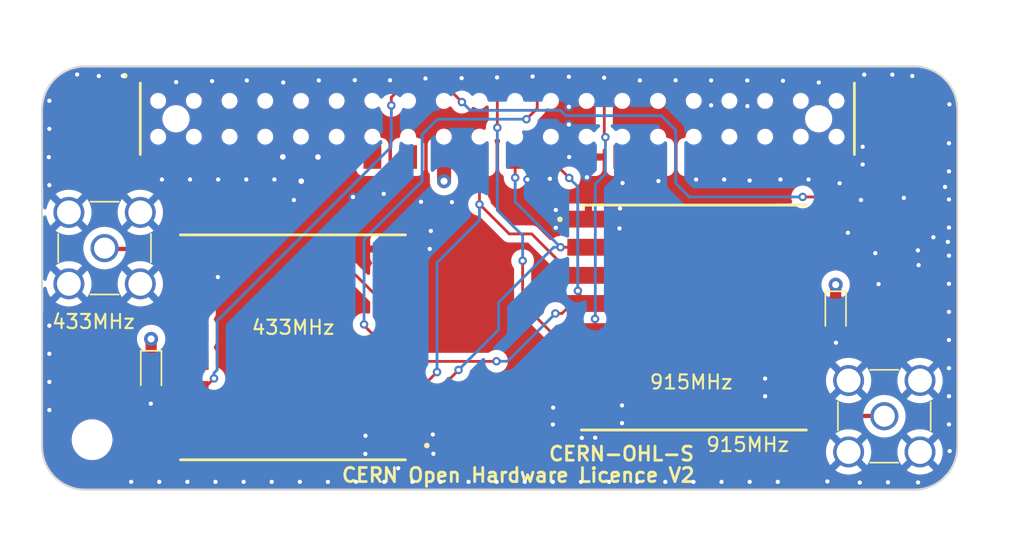
<source format=kicad_pcb>
(kicad_pcb (version 20240108) (generator "pcbnew") (generator_version "8.0")
  (layers (0 "F.Cu" signal) (1 "In1.Cu" signal) (2 "In2.Cu" signal) (31 "B.Cu" signal) (34 "B.Paste" user) (35 "F.Paste" user) (36 "B.SilkS" user "B.Silkscreen") (37 "F.SilkS" user "F.Silkscreen") (38 "B.Mask" user) (39 "F.Mask" user) (44 "Edge.Cuts" user))
  (net 0 "")
  (net 1 "5v2RPi")
  (net 2 "GND")
  (net 3 "ANT433")
  (net 4 "3v3")
  (net 5 "MOSI")
  (net 6 "MISO")
  (net 7 "SLCK")
  (net 8 "CS0")
  (net 9 "RST915")
  (net 10 "INTER433")
  (net 11 "CS1")
  (net 12 "ANT915")
  (net 13 "INTER915")
  (net 14 "RST433")
  (footprint "library-kicad:RFM69HCW" (layer "F.Cu") (at 149.2 96.38 180)
    (property "Reference" "REF**" (hide yes))
    (property "Value" "RFM69HCW")
    (fp_line (start 8 8) (end -8 8) (stroke (width 0.2032)) (layer "F.SilkS"))
    (fp_line (start -8 -8) (end 8 -8) (stroke (width 0.2032)) (layer "F.SilkS"))
    (fp_circle (center -9.525 -6.985) (end -9.425 -6.985) (stroke (width 0.2)) (fill none) (layer "F.SilkS"))
    (pad "" smd rect (at -7.5 -7 180) (size 3 1.2) (layers "F.Cu" "F.Paste" "F.Mask") (net 2 "GND"))
    (pad "" smd rect (at -7.5 -5 180) (size 3 1.2) (layers "F.Cu" "F.Paste" "F.Mask") (net 6 "MISO"))
    (pad "" smd rect (at -7.5 -3 180) (size 3 1.2) (layers "F.Cu" "F.Paste" "F.Mask") (net 5 "MOSI"))
    (pad "" smd rect (at -7.5 -1 180) (size 3 1.2) (layers "F.Cu" "F.Paste" "F.Mask") (net 7 "SLCK"))
    (pad "" smd rect (at -7.5 3 180) (size 3 1.2) (layers "F.Cu" "F.Paste" "F.Mask") (net 14 "RST433"))
    (pad "" smd rect (at -7.5 7 180) (size 3 1.2) (layers "F.Cu" "F.Paste" "F.Mask") (net 2 "GND"))
    (pad "" smd rect (at 7.5 -1 180) (size 3 1.2) (layers "F.Cu" "F.Paste" "F.Mask") (net 4 "3v3"))
    (pad "" smd rect (at 7.5 5 180) (size 3 1.2) (layers "F.Cu" "F.Paste" "F.Mask") (net 2 "GND"))
    (pad "" smd rect (at 7.5 7 180) (size 3 1.2) (layers "F.Cu" "F.Paste" "F.Mask") (net 3 "ANT433"))
    (pad "DIO0" smd rect (at 7.5 -3 180) (size 3 1.2) (layers "F.Cu" "F.Paste" "F.Mask") (net 10 "INTER433"))
    (pad "DIO1" smd rect (at 7.5 -5 180) (size 3 1.2) (layers "F.Cu" "F.Paste" "F.Mask"))
    (pad "DIO2" smd rect (at 7.5 -7 180) (size 3 1.2) (layers "F.Cu" "F.Paste" "F.Mask"))
    (pad "DIO3" smd rect (at 7.5 3 180) (size 3 1.2) (layers "F.Cu" "F.Paste" "F.Mask"))
    (pad "DIO4" smd rect (at 7.5 1 180) (size 3 1.2) (layers "F.Cu" "F.Paste" "F.Mask"))
    (pad "DIO5" smd rect (at -7.5 5 180) (size 3 1.2) (layers "F.Cu" "F.Paste" "F.Mask"))
    (pad "NSS" smd rect (at -7.5 1 180) (size 3 1.2) (layers "F.Cu" "F.Paste" "F.Mask") (net 8 "CS0"))
  )
  (footprint "Fiducial:Fiducial_1mm_Mask2mm" (layer "F.Cu") (at 133.59 98.75 90)
    (property "Reference" "FID1" (hide yes))
    (property "Value" "Fiducial_1mm_Mask2mm" (hide yes))
    (pad "" smd circle (at 0 0 90) (size 1 1) (layers "F.Cu" "F.Mask") (clearance 0.5))
  )
  (footprint "Fiducial:Fiducial_1mm_Mask2mm" (layer "F.Cu") (at 194.24 78.63 90)
    (property "Reference" "FID4" (hide yes))
    (property "Value" "Fiducial_1mm_Mask2mm" (hide yes))
    (pad "" smd circle (at 0 0 90) (size 1 1) (layers "F.Cu" "F.Mask") (clearance 0.5))
  )
  (footprint "digikey-footprints:RPi_SMD" (layer "F.Cu") (at 163.26 92.155 90)
    (property "Reference" "REF**" (hide yes))
    (property "Value" "RPi_SMD" (hide yes))
    (fp_line (start 14.575 -24.92) (end 9.495 -24.92) (stroke (width 0.2)) (layer "F.SilkS"))
    (fp_line (start 14.575 25.88) (end 9.495 25.88) (stroke (width 0.2)) (layer "F.SilkS"))
    (fp_circle (center 15.1 -26.03) (end 15.1 -26.13) (stroke (width 0.2)) (fill none) (layer "F.SilkS"))
    (fp_line (start 12.705 -31.91) (end -7.855 -31.91) (stroke (width 0.12)) (layer "Edge.Cuts"))
    (fp_line (start -7.855 -31.91) (end -11.295 -31.91) (stroke (width 0.12)) (layer "Edge.Cuts"))
    (fp_line (start 15.765 -28.85) (end 15.765 30.15) (stroke (width 0.12)) (layer "Edge.Cuts"))
    (fp_line (start -14.355 -28.85) (end -14.355 26.46) (stroke (width 0.12)) (layer "Edge.Cuts"))
    (fp_line (start -14.355 26.46) (end -14.355 30.15) (stroke (width 0.12)) (layer "Edge.Cuts"))
    (fp_line (start 12.705 33.21) (end -11.295 33.21) (stroke (width 0.12)) (layer "Edge.Cuts"))
    (fp_arc (start 12.705 -31.91) (mid 14.868747 -31.013747) (end 15.765 -28.85) (stroke (width 0.12)) (layer "Edge.Cuts"))
    (fp_arc (start -14.355 -28.85) (mid -13.458747 -31.013747) (end -11.295 -31.91) (stroke (width 0.12)) (layer "Edge.Cuts"))
    (fp_arc (start 15.765 30.15) (mid 14.868747 32.313747) (end 12.705 33.21) (stroke (width 0.12)) (layer "Edge.Cuts"))
    (fp_arc (start -11.295 33.21) (mid -13.458747 32.313747) (end -14.355 30.15) (stroke (width 0.12)) (layer "Edge.Cuts"))
    (pad "" np_thru_hole circle (at -10.795 -28.35) (size 2.75 2.75) (drill 2.75) (layers "*.Cu" "*.Mask"))
    (pad "" smd rect (at 9.315 -5.87 180) (size 1.27 1.68) (layers "F.Cu" "F.Paste" "F.Mask") (net 14 "RST433"))
    (pad "" smd rect (at 9.315 -3.33 180) (size 1.27 1.68) (layers "F.Cu" "F.Paste" "F.Mask") (net 4 "3v3"))
    (pad "" smd rect (at 9.315 -0.79 180) (size 1.27 1.68) (layers "F.Cu" "F.Paste" "F.Mask") (net 5 "MOSI"))
    (pad "" smd rect (at 9.315 1.75 180) (size 1.27 1.68) (layers "F.Cu" "F.Paste" "F.Mask") (net 6 "MISO"))
    (pad "" smd rect (at 9.315 4.29 180) (size 1.27 1.68) (layers "F.Cu" "F.Paste" "F.Mask") (net 7 "SLCK"))
    (pad "" np_thru_hole circle (at 10.765 -23.65 180) (size 0.97 0.97) (drill 0.97) (layers "*.Cu" "*.Mask"))
    (pad "" np_thru_hole circle (at 10.765 -21.11 180) (size 0.97 0.97) (drill 0.97) (layers "*.Cu" "*.Mask"))
    (pad "" np_thru_hole circle (at 10.765 -18.57 180) (size 0.97 0.97) (drill 0.97) (layers "*.Cu" "*.Mask"))
    (pad "" np_thru_hole circle (at 10.765 -16.03 180) (size 0.97 0.97) (drill 0.97) (layers "*.Cu" "*.Mask"))
    (pad "" np_thru_hole circle (at 10.765 -13.49 180) (size 0.97 0.97) (drill 0.97) (layers "*.Cu" "*.Mask"))
    (pad "" np_thru_hole circle (at 10.765 -10.95 180) (size 0.97 0.97) (drill 0.97) (layers "*.Cu" "*.Mask"))
    (pad "" np_thru_hole circle (at 10.765 -8.41 180) (size 0.97 0.97) (drill 0.97) (layers "*.Cu" "*.Mask"))
    (pad "" np_thru_hole circle (at 10.765 -5.87 180) (size 0.97 0.97) (drill 0.97) (layers "*.Cu" "*.Mask"))
    (pad "" np_thru_hole circle (at 10.765 -3.33 180) (size 0.97 0.97) (drill 0.97) (layers "*.Cu" "*.Mask"))
    (pad "" np_thru_hole circle (at 10.765 -0.79 180) (size 0.97 0.97) (drill 0.97) (layers "*.Cu" "*.Mask"))
    (pad "" np_thru_hole circle (at 10.765 1.75 180) (size 0.97 0.97) (drill 0.97) (layers "*.Cu" "*.Mask"))
    (pad "" np_thru_hole circle (at 10.765 4.29 180) (size 0.97 0.97) (drill 0.97) (layers "*.Cu" "*.Mask"))
    (pad "" np_thru_hole circle (at 10.765 6.83 180) (size 0.97 0.97) (drill 0.97) (layers "*.Cu" "*.Mask"))
    (pad "" np_thru_hole circle (at 10.765 9.37 180) (size 0.97 0.97) (drill 0.97) (layers "*.Cu" "*.Mask"))
    (pad "" np_thru_hole circle (at 10.765 11.91 180) (size 0.97 0.97) (drill 0.97) (layers "*.Cu" "*.Mask"))
    (pad "" np_thru_hole circle (at 10.765 14.45 180) (size 0.97 0.97) (drill 0.97) (layers "*.Cu" "*.Mask"))
    (pad "" np_thru_hole circle (at 10.765 16.99 180) (size 0.97 0.97) (drill 0.97) (layers "*.Cu" "*.Mask"))
    (pad "" np_thru_hole circle (at 10.765 19.53 180) (size 0.97 0.97) (drill 0.97) (layers "*.Cu" "*.Mask"))
    (pad "" np_thru_hole circle (at 10.765 22.07 180) (size 0.97 0.97) (drill 0.97) (layers "*.Cu" "*.Mask"))
    (pad "" np_thru_hole circle (at 10.765 24.61 180) (size 0.97 0.97) (drill 0.97) (layers "*.Cu" "*.Mask"))
    (pad "" np_thru_hole circle (at 12.035 -22.38 180) (size 1.78 1.78) (drill 1.78) (layers "*.Cu" "*.Mask"))
    (pad "" np_thru_hole circle (at 12.035 23.34 180) (size 1.78 1.78) (drill 1.78) (layers "*.Cu" "*.Mask"))
    (pad "" np_thru_hole circle (at 13.305 -23.65 180) (size 0.97 0.97) (drill 0.97) (layers "*.Cu" "*.Mask"))
    (pad "" np_thru_hole circle (at 13.305 -21.11 180) (size 0.97 0.97) (drill 0.97) (layers "*.Cu" "*.Mask"))
    (pad "" np_thru_hole circle (at 13.305 -18.57 180) (size 0.97 0.97) (drill 0.97) (layers "*.Cu" "*.Mask"))
    (pad "" np_thru_hole circle (at 13.305 -16.03 180) (size 0.97 0.97) (drill 0.97) (layers "*.Cu" "*.Mask"))
    (pad "" np_thru_hole circle (at 13.305 -13.49 180) (size 0.97 0.97) (drill 0.97) (layers "*.Cu" "*.Mask"))
    (pad "" np_thru_hole circle (at 13.305 -10.95 180) (size 0.97 0.97) (drill 0.97) (layers "*.Cu" "*.Mask"))
    (pad "" np_thru_hole circle (at 13.305 -8.41 180) (size 0.97 0.97) (drill 0.97) (layers "*.Cu" "*.Mask"))
    (pad "" np_thru_hole circle (at 13.305 -5.87 180) (size 0.97 0.97) (drill 0.97) (layers "*.Cu" "*.Mask"))
    (pad "" np_thru_hole circle (at 13.305 -3.33 180) (size 0.97 0.97) (drill 0.97) (layers "*.Cu" "*.Mask"))
    (pad "" np_thru_hole circle (at 13.305 -0.79 180) (size 0.97 0.97) (drill 0.97) (layers "*.Cu" "*.Mask"))
    (pad "" np_thru_hole circle (at 13.305 1.75 180) (size 0.97 0.97) (drill 0.97) (layers "*.Cu" "*.Mask"))
    (pad "" np_thru_hole circle (at 13.305 4.29 180) (size 0.97 0.97) (drill 0.97) (layers "*.Cu" "*.Mask"))
    (pad "" np_thru_hole circle (at 13.305 6.83 180) (size 0.97 0.97) (drill 0.97) (layers "*.Cu" "*.Mask"))
    (pad "" np_thru_hole circle (at 13.305 9.37 180) (size 0.97 0.97) (drill 0.97) (layers "*.Cu" "*.Mask"))
    (pad "" np_thru_hole circle (at 13.305 11.91 180) (size 0.97 0.97) (drill 0.97) (layers "*.Cu" "*.Mask"))
    (pad "" np_thru_hole circle (at 13.305 14.45 180) (size 0.97 0.97) (drill 0.97) (layers "*.Cu" "*.Mask"))
    (pad "" np_thru_hole circle (at 13.305 16.99 180) (size 0.97 0.97) (drill 0.97) (layers "*.Cu" "*.Mask"))
    (pad "" np_thru_hole circle (at 13.305 19.53 180) (size 0.97 0.97) (drill 0.97) (layers "*.Cu" "*.Mask"))
    (pad "" np_thru_hole circle (at 13.305 22.07 180) (size 0.97 0.97) (drill 0.97) (layers "*.Cu" "*.Mask"))
    (pad "" np_thru_hole circle (at 13.305 24.61 180) (size 0.97 0.97) (drill 0.97) (layers "*.Cu" "*.Mask"))
    (pad "01" smd rect (at 14.755 -23.65 180) (size 1.27 1.68) (layers "F.Cu" "F.Paste" "F.Mask") (net 1 "5v2RPi"))
    (pad "03" smd rect (at 14.755 -21.11 180) (size 1.27 1.68) (layers "F.Cu" "F.Paste" "F.Mask") (net 1 "5v2RPi"))
    (pad "3v3" smd rect (at 9.315 -23.65 180) (size 1.27 1.68) (layers "F.Cu" "F.Paste" "F.Mask"))
    (pad "04" smd rect (at 9.315 -21.11 180) (size 1.27 1.68) (layers "F.Cu" "F.Paste" "F.Mask"))
    (pad "06" smd rect (at 9.315 -18.57 180) (size 1.27 1.68) (layers "F.Cu" "F.Paste" "F.Mask"))
    (pad "07" smd rect (at 14.755 -16.03 180) (size 1.27 1.68) (layers "F.Cu" "F.Paste" "F.Mask"))
    (pad "08" smd rect (at 9.315 -16.03 180) (size 1.27 1.68) (layers "F.Cu" "F.Paste" "F.Mask"))
    (pad "09" smd rect (at 14.755 -13.49 180) (size 1.27 1.68) (layers "F.Cu" "F.Paste" "F.Mask"))
    (pad "11" smd rect (at 14.755 -10.95 180) (size 1.27 1.68) (layers "F.Cu" "F.Paste" "F.Mask"))
    (pad "14" smd rect (at 9.315 -8.41 180) (size 1.27 1.68) (layers "F.Cu" "F.Paste" "F.Mask"))
    (pad "27" smd rect (at 14.755 9.37 180) (size 1.27 1.68) (layers "F.Cu" "F.Paste" "F.Mask"))
    (pad "28" smd rect (at 9.315 9.37 180) (size 1.27 1.68) (layers "F.Cu" "F.Paste" "F.Mask"))
    (pad "30" smd rect (at 9.315 11.91 180) (size 1.27 1.68) (layers "F.Cu" "F.Paste" "F.Mask"))
    (pad "31" smd rect (at 14.755 14.45 180) (size 1.27 1.68) (layers "F.Cu" "F.Paste" "F.Mask"))
    (pad "32" smd rect (at 9.315 14.45 180) (size 1.27 1.68) (layers "F.Cu" "F.Paste" "F.Mask"))
    (pad "34" smd rect (at 9.315 16.99 180) (size 1.27 1.68) (layers "F.Cu" "F.Paste" "F.Mask"))
    (pad "35" smd rect (at 14.755 19.53 180) (size 1.27 1.68) (layers "F.Cu" "F.Paste" "F.Mask"))
    (pad "36" smd rect (at 9.315 19.53 180) (size 1.27 1.68) (layers "F.Cu" "F.Paste" "F.Mask"))
    (pad "37" smd rect (at 14.755 22.07 180) (size 1.27 1.68) (layers "F.Cu" "F.Paste" "F.Mask"))
    (pad "38" smd rect (at 9.315 22.07 180) (size 1.27 1.68) (layers "F.Cu" "F.Paste" "F.Mask"))
    (pad "39" smd rect (at 14.755 24.61 180) (size 1.27 1.68) (layers "F.Cu" "F.Paste" "F.Mask"))
    (pad "GND" smd rect (at 9.315 -13.49 180) (size 1.27 1.68) (layers "F.Cu" "F.Paste" "F.Mask") (net 2 "GND"))
    (pad "GND" smd rect (at 9.315 6.83 180) (size 1.27 1.68) (layers "F.Cu" "F.Paste" "F.Mask") (net 2 "GND"))
    (pad "GND" smd rect (at 9.315 24.61 180) (size 1.27 1.68) (layers "F.Cu" "F.Paste" "F.Mask") (net 2 "GND"))
    (pad "GND" smd rect (at 14.755 -18.57 180) (size 1.27 1.68) (layers "F.Cu" "F.Paste" "F.Mask") (net 2 "GND"))
    (pad "GND" smd rect (at 14.755 -8.41 180) (size 1.27 1.68) (layers "F.Cu" "F.Paste" "F.Mask") (net 2 "GND"))
    (pad "GND" smd rect (at 14.755 -0.79 180) (size 1.27 1.68) (layers "F.Cu" "F.Paste" "F.Mask") (net 2 "GND"))
    (pad "GND" smd rect (at 14.755 11.91 180) (size 1.27 1.68) (layers "F.Cu" "F.Paste" "F.Mask") (net 2 "GND"))
    (pad "GND" smd rect (at 14.755 16.99 180) (size 1.27 1.68) (layers "F.Cu" "F.Paste" "F.Mask") (net 2 "GND"))
    (pad "GPIO7" smd rect (at 14.755 6.83 180) (size 1.27 1.68) (layers "F.Cu" "F.Paste" "F.Mask") (net 11 "CS1"))
    (pad "GPIO8" smd rect (at 14.755 4.29 180) (size 1.27 1.68) (layers "F.Cu" "F.Paste" "F.Mask") (net 8 "CS0"))
    (pad "GPIO17" smd rect (at 9.315 -10.95 180) (size 1.27 1.68) (layers "F.Cu" "F.Paste" "F.Mask"))
    (pad "GPIO23" smd rect (at 14.755 -5.87 180) (size 1.27 1.68) (layers "F.Cu" "F.Paste" "F.Mask") (net 10 "INTER433"))
    (pad "GPIO24" smd rect (at 14.755 -3.33 180) (size 1.27 1.68) (layers "F.Cu" "F.Paste" "F.Mask") (net 13 "INTER915"))
    (pad "GPIO25" smd rect (at 14.755 1.75 180) (size 1.27 1.68) (layers "F.Cu" "F.Paste" "F.Mask") (net 9 "RST915"))
  )
  (footprint "Fiducial:Fiducial_1mm_Mask2mm" (layer "F.Cu") (at 133.4 78.53 90)
    (property "Reference" "FID2" (hide yes))
    (property "Value" "Fiducial_1mm_Mask2mm" (hide yes))
    (pad "" smd circle (at 0 0 90) (size 1 1) (layers "F.Cu" "F.Mask") (clearance 0.5))
  )
  (footprint "Connectors:SMA_THT_Jack_Straight" (layer "F.Cu") (at 135.8 89.32)
    (property "Reference" "REF**" (hide yes))
    (property "Value" "SMA_THT_Jack_Straight" (hide yes))
    (fp_line (start -3.3 -1) (end -3.3 1) (stroke (width 0.12)) (layer "F.SilkS"))
    (fp_line (start -1 -3.3) (end 1 -3.3) (stroke (width 0.12)) (layer "F.SilkS"))
    (fp_line (start -1 3.3) (end 1 3.3) (stroke (width 0.12)) (layer "F.SilkS"))
    (fp_line (start 3.3 -1) (end 3.3 1) (stroke (width 0.12)) (layer "F.SilkS"))
    (pad "" thru_hole circle (at 0 0) (size 2 2) (drill 1.5) (layers "*.Cu" "*.Mask") (net 3 "ANT433"))
    (pad "" thru_hole circle (at 2.54 2.54) (size 2.2 2.2) (drill 1.7) (layers "*.Cu" "*.Mask") (net 2 "GND"))
    (pad "2" thru_hole circle (at -2.54 -2.54) (size 2.2 2.2) (drill 1.7) (layers "*.Cu" "*.Mask") (net 2 "GND"))
    (pad "2" thru_hole circle (at -2.54 2.54) (size 2.2 2.2) (drill 1.7) (layers "*.Cu" "*.Mask") (net 2 "GND"))
    (pad "2" thru_hole circle (at 2.54 -2.54) (size 2.2 2.2) (drill 1.7) (layers "*.Cu" "*.Mask") (net 2 "GND"))
  )
  (footprint "LOGO" (layer "F.Cu") (at 192.66 89.29)
    (property "Reference" "G***" (hide yes))
    (property "Value" "LOGO" (hide yes))
  )
  (footprint "Fiducial:Fiducial_1mm_Mask2mm" (layer "F.Cu") (at 185.61 104.94 90)
    (property "Reference" "FID5" (hide yes))
    (property "Value" "Fiducial_1mm_Mask2mm" (hide yes))
    (pad "" smd circle (at 0 0 90) (size 1 1) (layers "F.Cu" "F.Mask") (clearance 0.5))
  )
  (footprint "library-kicad:RFM69HCW" (layer "F.Cu") (at 177.72 94.26)
    (property "Reference" "REF**" (hide yes))
    (property "Value" "RFM69HCW")
    (fp_line (start -8 -8) (end 8 -8) (stroke (width 0.2032)) (layer "F.SilkS"))
    (fp_line (start 8 8) (end -8 8) (stroke (width 0.2032)) (layer "F.SilkS"))
    (fp_circle (center -9.525 -6.985) (end -9.425 -6.985) (stroke (width 0.2)) (fill none) (layer "F.SilkS"))
    (pad "" smd rect (at -7.5 -7) (size 3 1.2) (layers "F.Cu" "F.Paste" "F.Mask") (net 2 "GND"))
    (pad "" smd rect (at -7.5 -5) (size 3 1.2) (layers "F.Cu" "F.Paste" "F.Mask") (net 6 "MISO"))
    (pad "" smd rect (at -7.5 -3) (size 3 1.2) (layers "F.Cu" "F.Paste" "F.Mask") (net 5 "MOSI"))
    (pad "" smd rect (at -7.5 -1) (size 3 1.2) (layers "F.Cu" "F.Paste" "F.Mask") (net 7 "SLCK"))
    (pad "" smd rect (at -7.5 3) (size 3 1.2) (layers "F.Cu" "F.Paste" "F.Mask") (net 9 "RST915"))
    (pad "" smd rect (at -7.5 7) (size 3 1.2) (layers "F.Cu" "F.Paste" "F.Mask") (net 2 "GND"))
    (pad "" smd rect (at 7.5 -1) (size 3 1.2) (layers "F.Cu" "F.Paste" "F.Mask") (net 4 "3v3"))
    (pad "" smd rect (at 7.5 5) (size 3 1.2) (layers "F.Cu" "F.Paste" "F.Mask") (net 2 "GND"))
    (pad "" smd rect (at 7.5 7) (size 3 1.2) (layers "F.Cu" "F.Paste" "F.Mask") (net 12 "ANT915"))
    (pad "DIO0" smd rect (at 7.5 -3) (size 3 1.2) (layers "F.Cu" "F.Paste" "F.Mask") (net 13 "INTER915"))
    (pad "DIO1" smd rect (at 7.5 -5) (size 3 1.2) (layers "F.Cu" "F.Paste" "F.Mask"))
    (pad "DIO2" smd rect (at 7.5 -7) (size 3 1.2) (layers "F.Cu" "F.Paste" "F.Mask"))
    (pad "DIO3" smd rect (at 7.5 3) (size 3 1.2) (layers "F.Cu" "F.Paste" "F.Mask"))
    (pad "DIO4" smd rect (at 7.5 1) (size 3 1.2) (layers "F.Cu" "F.Paste" "F.Mask"))
    (pad "DIO5" smd rect (at -7.5 5) (size 3 1.2) (layers "F.Cu" "F.Paste" "F.Mask"))
    (pad "NSS" smd rect (at -7.5 1) (size 3 1.2) (layers "F.Cu" "F.Paste" "F.Mask") (net 11 "CS1"))
  )
  (footprint "Connectors:SMA_THT_Jack_Straight" (layer "F.Cu") (at 191.27 101.28 180)
    (property "Reference" "REF**" (hide yes))
    (property "Value" "SMA_THT_Jack_Straight" (hide yes))
    (fp_line (start 3.3 -1) (end 3.3 1) (stroke (width 0.12)) (layer "F.SilkS"))
    (fp_line (start -1 3.3) (end 1 3.3) (stroke (width 0.12)) (layer "F.SilkS"))
    (fp_line (start -1 -3.3) (end 1 -3.3) (stroke (width 0.12)) (layer "F.SilkS"))
    (fp_line (start -3.3 -1) (end -3.3 1) (stroke (width 0.12)) (layer "F.SilkS"))
    (pad "" thru_hole circle (at 0 0 180) (size 2 2) (drill 1.5) (layers "*.Cu" "*.Mask") (net 12 "ANT915"))
    (pad "" thru_hole circle (at 2.54 2.54 180) (size 2.2 2.2) (drill 1.7) (layers "*.Cu" "*.Mask") (net 2 "GND"))
    (pad "2" thru_hole circle (at -2.54 -2.54 180) (size 2.2 2.2) (drill 1.7) (layers "*.Cu" "*.Mask") (net 2 "GND"))
    (pad "2" thru_hole circle (at -2.54 2.54 180) (size 2.2 2.2) (drill 1.7) (layers "*.Cu" "*.Mask") (net 2 "GND"))
    (pad "2" thru_hole circle (at 2.54 -2.54 180) (size 2.2 2.2) (drill 1.7) (layers "*.Cu" "*.Mask") (net 2 "GND"))
  )
  (footprint "LED_SMD:LED_0603_1608Metric_Pad1.05x0.95mm_HandSolder" (layer "F.Cu") (at 187.81 94.0525 -90)
    (property "Reference" "D1" (hide yes))
    (property "Value" "" (hide yes))
    (fp_line (start -1.66 0.735) (end 0.8 0.735) (stroke (width 0.12)) (layer "F.SilkS"))
    (fp_line (start -1.66 -0.735) (end -1.66 0.735) (stroke (width 0.12)) (layer "F.SilkS"))
    (fp_line (start 0.8 -0.735) (end -1.66 -0.735) (stroke (width 0.12)) (layer "F.SilkS"))
    (pad "" smd roundrect (at 0.875 0 270) (size 1.05 0.95) (layers "F.Cu" "F.Paste" "F.Mask") (net 2 "GND"))
    (pad "1" smd roundrect (at -0.875 0 270) (size 1.05 0.95) (layers "F.Cu" "F.Paste" "F.Mask") (net 4 "3v3"))
  )
  (footprint "LED_SMD:LED_0603_1608Metric_Pad1.05x0.95mm_HandSolder" (layer "F.Cu") (at 139.11 98.285 -90)
    (property "Reference" "D1" (hide yes))
    (property "Value" "" (hide yes))
    (fp_line (start -1.66 0.735) (end 0.8 0.735) (stroke (width 0.12)) (layer "F.SilkS"))
    (fp_line (start -1.66 -0.735) (end -1.66 0.735) (stroke (width 0.12)) (layer "F.SilkS"))
    (fp_line (start 0.8 -0.735) (end -1.66 -0.735) (stroke (width 0.12)) (layer "F.SilkS"))
    (pad "" smd roundrect (at 0.875 0 270) (size 1.05 0.95) (layers "F.Cu" "F.Paste" "F.Mask") (net 2 "GND"))
    (pad "1" smd roundrect (at -0.875 0 270) (size 1.05 0.95) (layers "F.Cu" "F.Paste" "F.Mask") (net 4 "3v3"))
  )
  (gr_text "CERN Open Hardware Licence V2" (at 152.57 106.06 0) (layer "F.SilkS") (effects (font (size 1 1) (thickness 0.2) (bold yes)) (justify left bottom)))
  (gr_text "CERN-OHL-S" (at 167.3 104.54 0) (layer "F.SilkS") (effects (font (size 1 1) (thickness 0.2) (bold yes)) (justify left bottom)))
  (gr_text "915MHz" (at 177.53 98.85 0) (layer "F.SilkS") (effects (font (size 1.003244 1.003244))))
  (gr_text "433MHz" (at 149.21 94.96 0) (layer "F.SilkS") (effects (font (size 1.003244 1.003244))))
  (gr_text "433MHz" (at 135.01 94.55 0) (layer "F.SilkS") (effects (font (size 1.003244 1.003244))))
  (gr_text "915MHz" (at 181.55 103.3 0) (layer "F.SilkS") (effects (font (size 1.003244 1.003244))))
  (segment (start 143.45 77.44) (end 143.49 77.4) (width 0.2) (layer "F.Cu") (net 2))
  (segment (start 185.22 99.26) (end 183.45 99.26) (width 0.2) (layer "F.Cu") (net 2))
  (segment (start 170.22 87.26) (end 168.7 87.26) (width 0.2) (layer "F.Cu") (net 2))
  (segment (start 193.15 99.26) (end 193.69 98.72) (width 0.3) (layer "F.Cu") (net 2))
  (segment (start 139.11 99.16) (end 139.11 100.365) (width 0.4) (layer "F.Cu") (net 2))
  (segment (start 187.83 96.05) (end 187.83 94.9475) (width 0.2) (layer "F.Cu") (net 2))
  (segment (start 158.93 89.38) (end 156.7 89.38) (width 0.6) (layer "F.Cu") (net 2))
  (segment (start 143.86 91.38) (end 141.7 91.38) (width 0.5) (layer "F.Cu") (net 2))
  (segment (start 187.87 83.025) (end 187.87 83.28) (width 0.6) (layer "F.Cu") (net 2))
  (segment (start 183.45 99.26) (end 182.79 98.6) (width 0.2) (layer "F.Cu") (net 2))
  (segment (start 187.83 94.9475) (end 187.81 94.9275) (width 0.2) (layer "F.Cu") (net 2))
  (segment (start 133.77 91.38) (end 133.23 91.92) (width 0.3) (layer "F.Cu") (net 2))
  (segment (start 162.27 77.6) (end 162.19 77.52) (width 0.2) (layer "F.Cu") (net 2))
  (segment (start 187.87 83.3) (end 187.87 83.025) (width 0.6) (layer "F.Cu") (net 2))
  (via (at 139.69 105.95) (size 0.6) (drill 0.3) (layers "F.Cu" "B.Cu") (net 2))
  (via (at 155.66 85.46) (size 0.6) (drill 0.3) (layers "F.Cu" "B.Cu") (net 2))
  (via (at 187.22 105.92) (size 0.6) (drill 0.3) (layers "F.Cu" "B.Cu") (net 2))
  (via (at 172.61 101.77) (size 0.6) (drill 0.3) (layers "F.Cu" "B.Cu") (net 2))
  (via (at 195.87 99.86) (size 0.6) (drill 0.3) (layers "F.Cu" "B.Cu") (net 2))
  (via (at 184.06 77.42) (size 0.6) (drill 0.3) (layers "F.Cu" "B.Cu") (net 2))
  (via (at 153.69 105.95) (size 0.6) (drill 0.3) (layers "F.Cu" "B.Cu") (net 2))
  (via (at 149.79 84.56) (size 0.8) (drill 0.4) (layers "F.Cu" "B.Cu") (net 2))
  (via (at 145.92 77.39) (size 0.6) (drill 0.3) (layers "F.Cu" "B.Cu") (net 2))
  (via (at 169.75 102.82) (size 0.6) (drill 0.3) (layers "F.Cu" "B.Cu") (net 2))
  (via (at 183.69 105.95) (size 0.6) (drill 0.3) (layers "F.Cu" "B.Cu") (net 2))
  (via (at 192.66 85.75) (size 0.6) (drill 0.3) (layers "F.Cu" "B.Cu") (net 2))
  (via (at 148.51 77.54) (size 0.6) (drill 0.3) (layers "F.Cu" "B.Cu") (net 2))
  (via (at 195.87 83.86) (size 0.6) (drill 0.3) (layers "F.Cu" "B.Cu") (net 2))
  (via (at 153.474265 85.684265) (size 0.6) (drill 0.3) (layers "F.Cu" "B.Cu") (net 2))
  (via (at 193.66 89.48) (size 0.6) (drill 0.3) (layers "F.Cu" "B.Cu") (net 2))
  (via (at 193.67 105.99) (size 0.6) (drill 0.3) (layers "F.Cu" "B.Cu") (net 2))
  (via (at 143.88 84.44) (size 0.6) (drill 0.3) (layers "F.Cu" "B.Cu") (net 2))
  (via (at 161.689999 105.95) (size 0.6) (drill 0.3) (layers "F.Cu" "B.Cu") (net 2))
  (via (at 159.19 103.95) (size 0.6) (drill 0.3) (layers "F.Cu" "B.Cu") (net 2))
  (via (at 181.52 77.39) (size 0.6) (drill 0.3) (layers "F.Cu" "B.Cu") (net 2))
  (via (at 168.85 82.84) (size 0.6) (drill 0.3) (layers "F.Cu" "B.Cu") (net 2))
  (via (at 143.69 105.95) (size 0.6) (drill 0.3) (layers "F.Cu" "B.Cu") (net 2))
  (via (at 145.69 105.95) (size 0.6) (drill 0.3) (layers "F.Cu" "B.Cu") (net 2))
  (via (at 170.11 84.28) (size 0.6) (drill 0.3) (layers "F.Cu" "B.Cu") (net 2))
  (via (at 141.88 84.44) (size 0.6) (drill 0.3) (layers "F.Cu" "B.Cu") (net 2))
  (via (at 131.87 80.84) (size 0.6) (drill 0.3) (layers "F.Cu" "B.Cu") (net 2))
  (via (at 195.87 89.86) (size 0.6) (drill 0.3) (layers "F.Cu" "B.Cu") (net 2))
  (via (at 177.69 105.95) (size 0.6) (drill 0.3) (layers "F.Cu" "B.Cu") (net 2))
  (via (at 139.09 100.385) (size 0.6) (drill 0.3) (layers "F.Cu" "B.Cu") (net 2))
  (via (at 189.52 106) (size 0.6) (drill 0.3) (layers "F.Cu" "B.Cu") (net 2))
  (via (at 190.86 91.88) (size 0.6) (drill 0.3) (layers "F.Cu" "B.Cu") (net 2))
  (via (at 170.7 102.81) (size 0.6) (drill 0.3) (layers "F.Cu" "B.Cu") (net 2))
  (via (at 195.87 97.86) (size 0.6) (drill 0.3) (layers "F.Cu" "B.Cu") (net 2))
  (via (at 137.100001 77.07) (size 0.6) (drill 0.3) (layers "F.Cu" "B.Cu") (net 2))
  (via (at 147.69 105.95) (size 0.6) (drill 0.3) (layers "F.Cu" "B.Cu") (net 2))
  (via (at 177.88 84.44) (size 0.6) (drill 0.3) (layers "F.Cu" "B.Cu") (net 2))
  (via (at 171.34 77.2) (size 0.6) (drill 0.3) (layers "F.Cu" "B.Cu") (net 2))
  (via (at 167.69 105.95) (size 0.6) (drill 0.3) (layers "F.Cu" "B.Cu") (net 2))
  (via (at 167.48 84.39) (size 0.6) (drill 0.3) (layers "F.Cu" "B.Cu") (net 2))
  (via (at 157.69 105.95) (size 0.6) (drill 0.3) (layers "F.Cu" "B.Cu") (net 2))
  (via (at 151.69 105.95) (size 0.6) (drill 0.3) (layers "F.Cu" "B.Cu") (net 2))
  (via (at 188.09 84.71) (size 0.6) (drill 0.3) (layers "F.Cu" "B.Cu") (net 2))
  (via (at 169.69 105.95) (size 0.6) (drill 0.3) (layers "F.Cu" "B.Cu") (net 2))
  (via (at 195.87 91.86) (size 0.6) (drill 0.3) (layers "F.Cu" "B.Cu") (net 2))
  (via (at 181.53 79.22) (size 0.6) (drill 0.3) (layers "F.Cu" "B.Cu") (net 2))
  (via (at 172.43 87.92) (size 0.6) (drill 0.3) (layers "F.Cu" "B.Cu") (net 2))
  (via (at 163.69 105.95) (size 0.6) (drill 0.3) (layers "F.Cu" "B.Cu") (net 2))
  (via (at 194.76 88.55) (size 0.6) (drill 0.3) (layers "F.Cu" "B.Cu") (net 2))
  (via (at 172.65 84.69) (size 0.6) (drill 0.3) (layers "F.Cu" "B.Cu") (net 2))
  (via (at 187.83 96.05) (size 0.6) (drill 0.3) (layers "F.Cu" "B.Cu") (net 2))
  (via (at 195.87 93.859999) (size 0.6) (drill 0.3) (layers "F.Cu" "B.Cu") (net 2))
  (via (at 193.71 90.53) (size 0.6) (drill 0.3) (layers "F.Cu" "B.Cu") (net 2))
  (via (at 172.61 100.51) (size 0.6) (drill 0.3) (layers "F.Cu" "B.Cu") (net 2))
  (via (at 158.31 86.03) (size 0.6) (drill 0.3) (layers "F.Cu" "B.Cu") (net 2))
  (via (at 165.88 84.44) (size 0.6) (drill 0.3) (layers "F.Cu" "B.Cu") (net 2))
  (via (at 141.69 105.95) (size 0.6) (drill 0.3) (layers "F.Cu" "B.Cu") (net 2))
  (via (at 153.6 77.37) (size 0.6) (drill 0.3) (layers "F.Cu" "B.Cu") (net 2))
  (via (at 131.87 84.84) (size 0.6) (drill 0.3) (layers "F.Cu" "B.Cu") (net 2))
  (via (at 195.87 95.86) (size 0.6) (drill 0.3) (layers "F.Cu" "B.Cu") (net 2))
  (via (at 163.72 77.18) (size 0.6) (drill 0.3) (layers "F.Cu" "B.Cu") (net 2))
  (via (at 172.47 86.5) (size 0.6) (drill 0.3) (layers "F.Cu" "B.Cu") (net 2))
  (via (at 195.59 84.97) (size 0.6) (drill 0.3) (layers "F.Cu" "B.Cu") (net 2))
  (via (at 131.87 96.84) (size 0.6) (drill 0.3) (layers "F.Cu" "B.Cu") (net 2))
  (via (at 195.87 85.86) (size 0.6) (drill 0.3) (layers "F.Cu" "B.Cu") (net 2))
  (via (at 149.27 85.9) (size 0.6) (drill 0.3) (layers "F.Cu" "B.Cu") (net 2))
  (via (at 195.87 87.86) (size 0.6) (drill 0.3) (layers "F.Cu" "B.Cu") (net 2))
  (via (at 150.98 82.84) (size 0.8) (drill 0.4) (layers "F.Cu" "B.Cu") (net 2))
  (via (at 166.25 77.11) (size 0.6) (drill 0.3) (layers "F.Cu" "B.Cu") (net 2))
  (via (at 188.68 88.23) (size 0.6) (drill 0.3) (layers "F.Cu" "B.Cu") (net 2))
  (via (at 131.87 78.839999) (size 0.6) (drill 0.3) (layers "F.Cu" "B.Cu") (net 2))
  (via (at 167.9 87.87) (size 0.6) (drill 0.3) (layers "F.Cu" "B.Cu") (net 2))
  (via (at 165.69 105.95) (size 0.6) (drill 0.3) (layers "F.Cu" "B.Cu") (net 2))
  (via (at 158.93 89.38) (size 0.6) (drill 0.3) (layers "F.Cu" "B.Cu") (net 2))
  (via (at 182.79 98.6) (size 0.6) (drill 0.3) (layers "F.Cu" "B.Cu") (net 2))
  (via (at 179.88 84.44) (size 0.6) (drill 0.3) (layers "F.Cu" "B.Cu") (net 2))
  (via (at 154.36 102.67) (size 0.6) (drill 0.3) (layers "F.Cu" "B.Cu") (net 2))
  (via (at 181.69 84.51) (size 0.6) (drill 0.3) (layers "F.Cu" "B.Cu") (net 2))
  (via (at 179.69 105.95) (size 0.6) (drill 0.3) (layers "F.Cu" "B.Cu") (net 2))
  (via (at 133.85 76.97) (size 0.6) (drill 0.3) (layers "F.Cu" "B.Cu") (net 2))
  (via (at 155.69 105.95) (size 0.6) (drill 0.3) (layers "F.Cu" "B.Cu") (net 2))
  (via (at 195.9 79.09) (size 0.6) (drill 0.3) (layers "F.Cu" "B.Cu") (net 2))
  (via (at 151.04 77.39) (size 0.6) (drill 0.3) (layers "F.Cu" "B.Cu") (net 2))
  (via (at 143.45 77.44) (size 0.6) (drill 0.3) (layers "F.Cu" "B.Cu") (net 2))
  (via (at 186.61 77.54) (size 0.6) (drill 0.3) (layers "F.Cu" "B.Cu") (net 2))
  (via (at 149.689999 105.95) (size 0.6) (drill 0.3) (layers "F.Cu" "B.Cu") (net 2))
  (via (at 168.83 80.53) (size 0.6) (drill 0.3) (layers "F.Cu" "B.Cu") (net 2))
  (via (at 178.95 77.39) (size 0.6) (drill 0.3) (layers "F.Cu" "B.Cu") (net 2))
  (via (at 190.63 89.68) (size 0.6) (drill 0.3) (layers "F.Cu" "B.Cu") (net 2))
  (via (at 195.87 81.859999) (size 0.6) (drill 0.3) (layers "F.Cu" "B.Cu") (net 2))
  (via (at 140.89 77.51) (size 0.6) (drill 0.3) (layers "F.Cu" "B.Cu") (net 2))
  (via (at 189.73 83.37) (size 0.6) (drill 0.3) (layers "F.Cu" "B.Cu") (net 2))
  (via (at 195.87 101.86) (size 0.6) (drill 0.3) (layers "F.Cu" "B.Cu") (net 2))
  (via (at 148.48 82.83) (size 0.8) (drill 0.4) (layers "F.Cu" "B.Cu") (net 2))
  (via (at 131.87 94.84) (size 0.6) (drill 0.3) (layers "F.Cu" "B.Cu") (net 2))
  (via (at 137.689999 105.95) (size 0.6) (drill 0.3) (layers "F.Cu" "B.Cu") (net 2))
  (via (at 175.69 105.95) (size 0.6) (drill 0.3) (layers "F.Cu" "B.Cu") (net 2))
  (via (at 193.26 77.08) (size 0.6) (drill 0.3) (layers "F.Cu" "B.Cu") (net 2))
  (via (at 143.86 91.38) (size 0.6) (drill 0.3) (layers "F.Cu" "B.Cu") (net 2))
  (via (at 167.69 101.87) (size 0.6) (drill 0.3) (layers "F.Cu" "B.Cu") (net 2))
  (via (at 189.73 82.11) (size 0.6) (drill 0.3) (layers "F.Cu" "B.Cu") (net 2))
  (via (at 135.39 77.08) (size 0.6) (drill 0.3) (layers "F.Cu" "B.Cu") (net 2))
  (via (at 131.87 98.84) (size 0.6) (drill 0.3) (layers "F.Cu" "B.Cu") (net 2))
  (via (at 154.35 103.96) (size 0.6) (drill 0.3) (layers "F.Cu" "B.Cu") (net 2))
  (via (at 167.71 100.67) (size 0.6) (drill 0.3) (layers "F.Cu" "B.Cu") (net 2))
  (via (at 158.63 77.25) (size 0.6) (drill 0.3) (layers "F.Cu" "B.Cu") (net 2))
  (via (at 156.69 104.98) (size 0.6) (drill 0.3) (layers "F.Cu" "B.Cu") (net 2))
  (via (at 181.69 105.95) (size 0.6) (drill 0.3) (layers "F.Cu" "B.Cu") (net 2))
  (via (at 175.2 84.55) (size 0.6) (drill 0.3) (layers "F.Cu" "B.Cu") (net 2))
  (via (at 131.83 82.85) (size 0.6) (drill 0.3) (layers "F.Cu" "B.Cu") (net 2))
  (via (at 168.83 77.13) (size 0.6) (drill 0.3) (layers "F.Cu" "B.Cu") (net 2))
  (via (at 176.42 77.38) (size 0.6) (drill 0.3) (layers "F.Cu" "B.Cu") (net 2))
  (via (at 161.2 77.23) (size 0.6) (drill 0.3) (layers "F.Cu" "B.Cu") (net 2))
  (via (at 191.53 105.98) (size 0.6) (drill 0.3) (layers "F.Cu" "B.Cu") (net 2))
  (via (at 195.79 88.88) (size 0.6) (drill 0.3) (layers "F.Cu" "B.Cu") (net 2))
  (via (at 182.79 99.86) (size 0.6) (drill 0.3) (layers "F.Cu" "B.Cu") (net 2))
  (via (at 191.840001 76.98) (size 0.6) (drill 0.3) (layers "F.Cu" "B.Cu") (net 2))
  (via (at 168.83 79.27) (size 0.6) (drill 0.3) (layers "F.Cu" "B.Cu") (net 2))
  (via (at 195.92 103.76) (size 0.6) (drill 0.3) (layers "F.Cu" "B.Cu") (net 2))
  (via (at 160.51 86.05) (size 0.6) (drill 0.3) (layers "F.Cu" "B.Cu") (net 2))
  (via (at 167.9 86.61) (size 0.6) (drill 0.3) (layers "F.Cu" "B.Cu") (net 2))
  (via (at 147.88 84.44) (size 0.6) (drill 0.3) (layers "F.Cu" "B.Cu") (net 2))
  (via (at 189.61 85.9) (size 0.6) (drill 0.3) (layers "F.Cu" "B.Cu") (net 2))
  (via (at 145.88 84.44) (size 0.6) (drill 0.3) (layers "F.Cu" "B.Cu") (net 2))
  (via (at 189.84 76.98) (size 0.6) (drill 0.3) (layers "F.Cu" "B.Cu") (net 2))
  (via (at 185.88 84.44) (size 0.6) (drill 0.3) (layers "F.Cu" "B.Cu") (net 2))
  (via (at 159.01 88.1) (size 0.6) (drill 0.3) (layers "F.Cu" "B.Cu") (net 2))
  (via (at 156.11 77.38) (size 0.6) (drill 0.3) (layers "F.Cu" "B.Cu") (net 2))
  (via (at 131.87 100.84) (size 0.6) (drill 0.3) (layers "F.Cu" "B.Cu") (net 2))
  (via (at 159.15 102.58) (size 0.6) (drill 0.3) (layers "F.Cu" "B.Cu") (net 2))
  (via (at 173.689999 105.95) (size 0.6) (drill 0.3) (layers "F.Cu" "B.Cu") (net 2))
  (via (at 178.95 79.16) (size 0.6) (drill 0.3) (layers "F.Cu" "B.Cu") (net 2))
  (via (at 159.69 105.95) (size 0.6) (drill 0.3) (layers "F.Cu" "B.Cu") (net 2))
  (via (at 173.88 77.39) (size 0.6) (drill 0.3) (layers "F.Cu" "B.Cu") (net 2))
  (via (at 139.879999 84.44) (size 0.6) (drill 0.3) (layers "F.Cu" "B.Cu") (net 2))
  (via (at 183.88 84.44) (size 0.6) (drill 0.3) (layers "F.Cu" "B.Cu") (net 2))
  (via (at 171.69 105.95) (size 0.6) (drill 0.3) (layers "F.Cu" "B.Cu") (net 2))
  (segment (start 135.67 89.38) (end 135.65 89.36) (width 0.2) (layer "F.Cu") (net 3))
  (segment (start 141.7 89.38) (end 135.67 89.38) (width 0.3) (layer "F.Cu") (net 3))
  (segment (start 139.11 95.78) (end 139.11 97.455) (width 0.8) (layer "F.Cu") (net 4))
  (segment (start 187.81 93.1775) (end 187.81 91.92) (width 0.8) (layer "F.Cu") (net 4))
  (segment (start 139.11 97.455) (end 139.12 97.465) (width 0.8) (layer "F.Cu") (net 4))
  (segment (start 185.22 93.26) (end 187.715 93.26) (width 0.8) (layer "F.Cu") (net 4))
  (segment (start 159.95 84.56) (end 159.95 82.86) (width 1) (layer "F.Cu") (net 4))
  (segment (start 187.715 93.26) (end 187.79 93.185) (width 0.2) (layer "F.Cu") (net 4))
  (segment (start 159.95 82.86) (end 159.93 82.84) (width 0.2) (layer "F.Cu") (net 4))
  (segment (start 141.7 97.38) (end 139.205 97.38) (width 0.8) (layer "F.Cu") (net 4))
  (segment (start 139.12 97.465) (end 139.205 97.38) (width 0.2) (layer "F.Cu") (net 4))
  (via (at 159.95 84.56) (size 1) (drill 0.5) (layers "F.Cu" "B.Cu") (net 4))
  (via (at 139.11 95.78) (size 1) (drill 0.5) (layers "F.Cu" "B.Cu") (net 4))
  (via (at 187.81 91.92) (size 1) (drill 0.5) (layers "F.Cu" "B.Cu") (net 4))
  (segment (start 169.13 91.26) (end 170.22 91.26) (width 0.2) (layer "F.Cu") (net 5))
  (segment (start 166.18 88.31) (end 169.13 91.26) (width 0.2) (layer "F.Cu") (net 5))
  (segment (start 162.47 83.09) (end 162.47 83.16) (width 0.2) (layer "F.Cu") (net 5))
  (segment (start 156.7 99.38) (end 158.21 99.38) (width 0.2) (layer "F.Cu") (net 5))
  (segment (start 158.21 99.38) (end 159.45 98.14) (width 0.2) (layer "F.Cu") (net 5))
  (segment (start 164.59 88.31) (end 166.18 88.31) (width 0.2) (layer "F.Cu") (net 5))
  (segment (start 162.49 86.21) (end 162.47 86.21) (width 0.2) (layer "F.Cu") (net 5))
  (segment (start 164.59 88.31) (end 162.49 86.21) (width 0.2) (layer "F.Cu") (net 5))
  (segment (start 162.47 82.84) (end 162.47 86.21) (width 0.2) (layer "F.Cu") (net 5))
  (via (at 159.45 98.14) (size 0.6) (drill 0.3) (layers "F.Cu" "B.Cu") (net 5))
  (via (at 162.47 86.21) (size 0.6) (drill 0.3) (layers "F.Cu" "B.Cu") (net 5))
  (segment (start 162.47 87.334314) (end 159.45 90.354314) (width 0.2) (layer "B.Cu") (net 5))
  (segment (start 162.47 86.21) (end 162.47 87.334314) (width 0.2) (layer "B.Cu") (net 5))
  (segment (start 159.45 90.354314) (end 159.45 98.14) (width 0.2) (layer "B.Cu") (net 5))
  (segment (start 157.6 101.38) (end 160.98 98) (width 0.2) (layer "F.Cu") (net 6))
  (segment (start 156.7 101.38) (end 157.6 101.38) (width 0.2) (layer "F.Cu") (net 6))
  (segment (start 170.22 89.26) (end 168.24 89.26) (width 0.2) (layer "F.Cu") (net 6))
  (segment (start 165.01 82.84) (end 165.01 84.31) (width 0.2) (layer "F.Cu") (net 6))
  (segment (start 160.98 98) (end 160.98 97.99) (width 0.2) (layer "F.Cu") (net 6))
  (segment (start 171.12 89.26) (end 170.22 89.26) (width 0.2) (layer "F.Cu") (net 6))
  (via (at 165.01 84.31) (size 0.6) (drill 0.3) (layers "F.Cu" "B.Cu") (net 6))
  (via (at 160.98 97.99) (size 0.6) (drill 0.3) (layers "F.Cu" "B.Cu") (net 6))
  (via (at 168.24 89.26) (size 0.6) (drill 0.3) (layers "F.Cu" "B.Cu") (net 6))
  (segment (start 160.98 97.99) (end 163.83 95.14) (width 0.2) (layer "B.Cu") (net 6))
  (segment (start 165.01 86.03) (end 165.01 84.31) (width 0.2) (layer "B.Cu") (net 6))
  (segment (start 163.83 95.14) (end 163.83 93.18) (width 0.2) (layer "B.Cu") (net 6))
  (segment (start 167.75 89.26) (end 168.24 89.26) (width 0.2) (layer "B.Cu") (net 6))
  (segment (start 168.24 89.26) (end 165.01 86.03) (width 0.2) (layer "B.Cu") (net 6))
  (segment (start 163.83 93.18) (end 167.75 89.26) (width 0.2) (layer "B.Cu") (net 6))
  (segment (start 163.68 97.37) (end 163.67 97.38) (width 0.2) (layer "F.Cu") (net 7))
  (segment (start 163.67 97.38) (end 156.7 97.38) (width 0.2) (layer "F.Cu") (net 7))
  (segment (start 168.85 84.32) (end 167.46 82.93) (width 0.2) (layer "F.Cu") (net 7))
  (segment (start 168.34 93.97) (end 169.05 93.26) (width 0.2) (layer "F.Cu") (net 7))
  (segment (start 167.87 93.97) (end 168.34 93.97) (width 0.2) (layer "F.Cu") (net 7))
  (segment (start 169.47 92.51) (end 170.22 93.26) (width 0.2) (layer "F.Cu") (net 7))
  (segment (start 169.05 93.26) (end 170.22 93.26) (width 0.2) (layer "F.Cu") (net 7))
  (segment (start 169.47 92.360002) (end 169.47 92.51) (width 0.2) (layer "F.Cu") (net 7))
  (segment (start 168.85 84.33) (end 168.85 84.32) (width 0.2) (layer "F.Cu") (net 7))
  (via (at 169.47 92.360002) (size 0.6) (drill 0.3) (layers "F.Cu" "B.Cu") (net 7))
  (via (at 167.87 93.97) (size 0.6) (drill 0.3) (layers "F.Cu" "B.Cu") (net 7))
  (via (at 163.68 97.37) (size 0.6) (drill 0.3) (layers "F.Cu" "B.Cu") (net 7))
  (via (at 168.85 84.33) (size 0.6) (drill 0.3) (layers "F.Cu" "B.Cu") (net 7))
  (segment (start 164.47 97.37) (end 163.68 97.37) (width 0.2) (layer "B.Cu") (net 7))
  (segment (start 169.47 92.360002) (end 169.46 92.350002) (width 0.2) (layer "B.Cu") (net 7))
  (segment (start 167.87 93.97) (end 164.47 97.37) (width 0.2) (layer "B.Cu") (net 7))
  (segment (start 169.46 92.350002) (end 169.46 84.94) (width 0.2) (layer "B.Cu") (net 7))
  (segment (start 169.46 84.94) (end 168.85 84.33) (width 0.2) (layer "B.Cu") (net 7))
  (segment (start 154.81 95.38) (end 156.7 95.38) (width 0.2) (layer "F.Cu") (net 8))
  (segment (start 165.81 80.15) (end 166.58 79.38) (width 0.2) (layer "F.Cu") (net 8))
  (segment (start 154.81 95.38) (end 154.26 94.83) (width 0.2) (layer "F.Cu") (net 8))
  (segment (start 154.26 94.83) (end 154.26 94.75) (width 0.2) (layer "F.Cu") (net 8))
  (segment (start 166.58 78.37) (end 167.55 77.4) (width 0.2) (layer "F.Cu") (net 8))
  (segment (start 166.58 79.38) (end 166.58 78.37) (width 0.2) (layer "F.Cu") (net 8))
  (via (at 165.81 80.15) (size 0.6) (drill 0.3) (layers "F.Cu" "B.Cu") (net 8))
  (via (at 154.26 94.75) (size 0.6) (drill 0.3) (layers "F.Cu" "B.Cu") (net 8))
  (segment (start 165.81 80.15) (end 159.48 80.15) (width 0.2) (layer "B.Cu") (net 8))
  (segment (start 154.26 88.7) (end 154.26 94.75) (width 0.2) (layer "B.Cu") (net 8))
  (segment (start 158.39 84.57) (end 154.26 88.7) (width 0.2) (layer "B.Cu") (net 8))
  (segment (start 158.39 81.24) (end 158.39 84.57) (width 0.2) (layer "B.Cu") (net 8))
  (segment (start 159.48 80.15) (end 158.39 81.24) (width 0.2) (layer "B.Cu") (net 8))
  (segment (start 163.74 80.75) (end 163.74 78.67) (width 0.2) (layer "F.Cu") (net 9))
  (segment (start 165.54 90.22) (end 165.54 93.28) (width 0.2) (layer "F.Cu") (net 9))
  (segment (start 169.52 97.26) (end 170.22 97.26) (width 0.2) (layer "F.Cu") (net 9))
  (segment (start 165.54 93.28) (end 169.52 97.26) (width 0.2) (layer "F.Cu") (net 9))
  (segment (start 163.74 78.67) (end 165.01 77.4) (width 0.2) (layer "F.Cu") (net 9))
  (via (at 163.74 80.75) (size 0.6) (drill 0.3) (layers "F.Cu" "B.Cu") (net 9))
  (via (at 165.54 90.22) (size 0.6) (drill 0.3) (layers "F.Cu" "B.Cu") (net 9))
  (segment (start 163.74 86.63) (end 163.74 80.75) (width 0.2) (layer "B.Cu") (net 9))
  (segment (start 165.54 90.22) (end 165.54 88.43) (width 0.2) (layer "B.Cu") (net 9))
  (segment (start 165.54 88.43) (end 163.74 86.63) (width 0.2) (layer "B.Cu") (net 9))
  (segment (start 156.2 78.59) (end 157.39 77.4) (width 0.2) (layer "F.Cu") (net 10))
  (segment (start 143.5825 98.5925) (end 142.795 99.38) (width 0.2) (layer "F.Cu") (net 10))
  (segment (start 156.2 79.17) (end 156.2 78.59) (width 0.2) (layer "F.Cu") (net 10))
  (segment (start 142.795 99.38) (end 141.7 99.38) (width 0.2) (layer "F.Cu") (net 10))
  (via (at 156.2 79.17) (size 0.6) (drill 0.3) (layers "F.Cu" "B.Cu") (net 10))
  (via (at 143.5825 98.5925) (size 0.6) (drill 0.3) (layers "F.Cu" "B.Cu") (net 10))
  (segment (start 156.17 82.14) (end 143.81 94.5) (width 0.2) (layer "B.Cu") (net 10))
  (segment (start 156.2 79.17) (end 156.2 81.54) (width 0.2) (layer "B.Cu") (net 10))
  (segment (start 143.81 94.5) (end 143.81 97.98) (width 0.2) (layer "B.Cu") (net 10))
  (segment (start 156.17 81.57) (end 156.17 82.14) (width 0.2) (layer "B.Cu") (net 10))
  (segment (start 143.5825 98.2075) (end 143.5825 98.5925) (width 0.2) (layer "B.Cu") (net 10))
  (segment (start 156.2 81.54) (end 156.17 81.57) (width 0.2) (layer "B.Cu") (net 10))
  (segment (start 143.81 97.98) (end 143.5825 98.2075) (width 0.2) (layer "B.Cu") (net 10))
  (segment (start 171.43 81.43) (end 171.35 81.35) (width 0.2) (layer "F.Cu") (net 11))
  (segment (start 171.35 81.35) (end 171.35 78.66) (width 0.2) (layer "F.Cu") (net 11))
  (segment (start 170.69 94.79) (end 170.22 95.26) (width 0.2) (layer "F.Cu") (net 11))
  (segment (start 170.69 94.360002) (end 170.69 94.79) (width 0.2) (layer "F.Cu") (net 11))
  (segment (start 171.43 81.43) (end 171.58 81.28) (width 0.2) (layer "F.Cu") (net 11))
  (segment (start 171.35 78.66) (end 170.09 77.4) (width 0.2) (layer "F.Cu") (net 11))
  (via (at 170.69 94.360002) (size 0.6) (drill 0.3) (layers "F.Cu" "B.Cu") (net 11))
  (via (at 171.43 81.43) (size 0.6) (drill 0.3) (layers "F.Cu" "B.Cu") (net 11))
  (segment (start 170.71 94.340002) (end 170.69 94.360002) (width 0.2) (layer "B.Cu") (net 11))
  (segment (start 170.71 84.761471) (end 170.71 94.340002) (width 0.2) (layer "B.Cu") (net 11))
  (segment (start 170.69 94.350002) (end 170.69 94.360002) (width 0.2) (layer "B.Cu") (net 11))
  (segment (start 171.43 84.041471) (end 170.71 84.761471) (width 0.2) (layer "B.Cu") (net 11))
  (segment (start 171.43 81.43) (end 171.43 84.041471) (width 0.2) (layer "B.Cu") (net 11))
  (segment (start 185.22 101.26) (end 191.25 101.26) (width 0.3) (layer "F.Cu") (net 12))
  (segment (start 191.25 101.26) (end 191.27 101.28) (width 0.2) (layer "F.Cu") (net 12))
  (segment (start 185.46 85.68) (end 186.34 85.68) (width 0.2) (layer "F.Cu") (net 13))
  (segment (start 187.02 90.16) (end 185.92 91.26) (width 0.2) (layer "F.Cu") (net 13))
  (segment (start 185.92 91.26) (end 185.22 91.26) (width 0.2) (layer "F.Cu") (net 13))
  (segment (start 186.34 85.68) (end 187.02 86.36) (width 0.2) (layer "F.Cu") (net 13))
  (segment (start 187.02 86.36) (end 187.02 90.16) (width 0.2) (layer "F.Cu") (net 13))
  (segment (start 161.22 78.93) (end 159.93 77.64) (width 0.2) (layer "F.Cu") (net 13))
  (segment (start 159.93 77.64) (end 159.93 77.4) (width 0.2) (layer "F.Cu") (net 13))
  (via (at 161.22 78.93) (size 0.6) (drill 0.3) (layers "F.Cu" "B.Cu") (net 13))
  (via (at 185.46 85.68) (size 0.6) (drill 0.3) (layers "F.Cu" "B.Cu") (net 13))
  (segment (start 176.43 80.92) (end 175.41 79.9) (width 0.2) (layer "B.Cu") (net 13))
  (segment (start 185.46 85.68) (end 177.4 85.68) (width 0.2) (layer "B.Cu") (net 13))
  (segment (start 176.43 84.71) (end 176.43 80.92) (width 0.2) (layer "B.Cu") (net 13))
  (segment (start 161.808529 79.518529) (end 161.22 78.93) (width 0.2) (layer "B.Cu") (net 13))
  (segment (start 177.4 85.68) (end 176.43 84.71) (width 0.2) (layer "B.Cu") (net 13))
  (segment (start 168.611471 79.9) (end 168.23 79.518529) (width 0.2) (layer "B.Cu") (net 13))
  (segment (start 168.23 79.518529) (end 161.808529 79.518529) (width 0.2) (layer "B.Cu") (net 13))
  (segment (start 175.41 79.9) (end 168.611471 79.9) (width 0.2) (layer "B.Cu") (net 13))
  (segment (start 157.39 82.881471) (end 157.39 82.84) (width 0.2) (layer "F.Cu") (net 14))
  (segment (start 152.89 87.381471) (end 157.39 82.881471) (width 0.2) (layer "F.Cu") (net 14))
  (segment (start 152.89 90.47) (end 152.89 87.381471) (width 0.2) (layer "F.Cu") (net 14))
  (segment (start 157.39 82.84) (end 157.25 82.84) (width 0.2) (layer "F.Cu") (net 14))
  (segment (start 156.7 93.38) (end 155.8 93.38) (width 0.2) (layer "F.Cu") (net 14))
  (segment (start 155.8 93.38) (end 152.89 90.47) (width 0.2) (layer "F.Cu") (net 14))
  (zone (net 0) (net_name "") (layer "F.Cu") (connect_pads (clearance 0)) (min_thickness 0.25)
    (keepout (tracks allowed) (vias allowed) (pads allowed) (copperpour not_allowed) (footprints allowed))
    (fill (thermal_gap 0.5) (thermal_bridge_width 0.5))
    (polygon (pts (xy 131.400021 85.15129) (xy 131.550021 93.78129) (xy 142.77 93.26) (xy 142.49 84.99)))
  )
  (zone (net 2) (net_name "GND") (layer "F.Cu") (connect_pads (clearance 0.508)) (min_thickness 0.254) (fill yes (thermal_gap 0.508) (thermal_bridge_width 0.508))
    (polygon (pts (xy 135.94 75.85) (xy 137.94 75.85) (xy 138.14 75.85) (xy 196.97 75.72) (xy 196.86 91.75) (xy 196.86 98.75) (xy 196.79 106.97) (xy 188 107.26) (xy 182.89 107.56) (xy 157.7 107.22) (xy 129.985 106.62) (xy 130.055 87.32) (xy 130.055 85.641348) (xy 130.11 75.76)))
  )
  (zone (net 0) (net_name "") (layer "F.Cu") (connect_pads (clearance 0)) (min_thickness 0.25)
    (keepout (tracks allowed) (vias allowed) (pads allowed) (copperpour not_allowed) (footprints allowed))
    (fill (thermal_gap 0.5) (thermal_bridge_width 0.5))
    (polygon (pts (xy 183.37 96.79) (xy 183.52 105.42) (xy 195.45 105.41) (xy 195.54 96.82)))
  )
  (zone (net 2) (net_name "GND") (layer "B.Cu") (name "Gnd") (connect_pads (clearance 0.508)) (min_thickness 0.254) (fill yes (thermal_gap 0.508) (thermal_bridge_width 0.508))
    (polygon (pts (xy 197.31 75.06) (xy 197.05 107.53) (xy 129.91 107.6) (xy 130.09 75.8)))
  )
)
</source>
